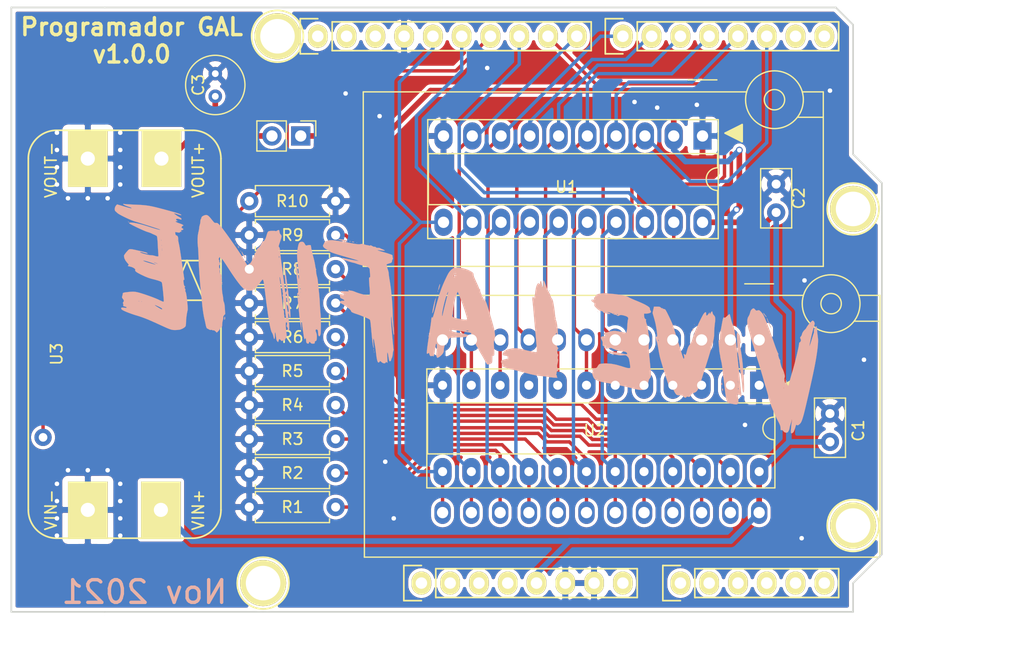
<source format=kicad_pcb>
(kicad_pcb (version 20171130) (host pcbnew "(5.1.10)-1")
  (title_block (date "lun. 30 mars 2015"))
  (layers (0 F.Cu signal) (31 B.Cu signal) (34 B.Paste user hide) (35 F.Paste user) (36 B.SilkS user) (37 F.SilkS user) (38 B.Mask user) (39 F.Mask user) (44 Edge.Cuts user))
  (net 0 "")
  (net 1 /IOREF)
  (net 2 /Reset)
  (net 3 +5V)
  (net 4 GND)
  (net 5 /Vin)
  (net 6 /A0)
  (net 7 /A1)
  (net 8 /A2)
  (net 9 /A3)
  (net 10 /AREF)
  (net 11 "/9(**)")
  (net 12 /8)
  (net 13 /7)
  (net 14 "/6(**)")
  (net 15 "/5(**)")
  (net 16 /4)
  (net 17 "/3(**)")
  (net 18 /2)
  (net 19 "/1(Tx)")
  (net 20 "/0(Rx)")
  (net 21 "Net-(P5-Pad1)")
  (net 22 "Net-(P6-Pad1)")
  (net 23 "Net-(P7-Pad1)")
  (net 24 "Net-(P8-Pad1)")
  (net 25 "/13(SCK)")
  (net 26 "/10(**/SS)")
  (net 27 "Net-(P1-Pad1)")
  (net 28 "/12(MISO)")
  (net 29 "Net-(P1-Pad4)")
  (net 30 "/11(MOSI)")
  (net 31 /EDIT)
  (net 32 "Net-(C3-Pad1)")
  (net 33 /R1)
  (net 34 /R2)
  (net 35 /R3)
  (net 36 /R4)
  (net 37 /R5)
  (net 38 /R6)
  (net 39 /R7)
  (net 40 /R8)
  (net 41 /R9)
  (net 42 "Net-(P2-Pad5)")
  (net 43 "Net-(P2-Pad6)")
  (net 44 "Net-(P3-Pad1)")
  (net 45 "Net-(P3-Pad2)")
  (module logos:FIME7 (layer F.Cu) (at 130.648 121.669)
    (fp_text reference G*** hide)
    (fp_text value LOGO hide)
  )
  (module logos:FIME6 (layer B.Cu) (at 106.772 76.965 180)
    (fp_text reference G*** hide)
    (fp_text value LOGO hide)
  )
  (module logos:FIME2 (layer B.Cu) (at 142.84 100.841 180)
    (fp_text reference G*** hide)
    (fp_text value LOGO hide)
  )
  (module Capacitor_THT:C_Radial_D5.0mm_H7.0mm_P2.00mm (layer F.Cu) (at 120.748 80.865 90)
    (fp_text reference C3 (at 1 -1.5 90) (layer F.SilkS))
    (fp_text value 10uf)
    (pad 1 thru_hole circle (at 0 0 90) (size 1.2 1.2) (drill 0.6) (layers *.Cu *.Mask) (net 32 "Net-(C3-Pad1)"))
    (pad 2 thru_hole circle (at 2 0 90) (size 1.2 1.2) (drill 0.6) (layers *.Cu *.Mask) (net 4 GND))
  )
  (module Socket_Arduino_Uno:MT3608_Module (layer F.Cu) (at 112.748 103.365 270)
    (fp_text reference U3 (at 0.25 6 270) (layer F.SilkS))
    (fp_text value MT3608)
    (fp_text user VOUT- (at -16 6.5 90) (layer F.SilkS))
    (fp_text user VIN+ (at 14 -6.5 90) (layer F.SilkS))
    (fp_text user VIN- (at 14 6.5 90) (layer F.SilkS))
    (fp_text user VOUT+ (at -16 -6.5 90) (layer F.SilkS))
    (pad 1 thru_hole rect (at 14 -3.2 90) (size 5 3.5) (drill 1.25) (layers *.Cu *.Mask F.SilkS) (net 3 +5V))
    (pad 2 thru_hole rect (at 14 3.25 90) (size 5 3.5) (drill 1.25) (layers *.Cu *.Mask F.SilkS) (net 4 GND))
    (pad 4 thru_hole rect (at -17 3.25 90) (size 5 3.5) (drill 1.25) (layers *.Cu *.Mask F.SilkS) (net 4 GND))
    (pad 3 thru_hole rect (at -17 -3.25 90) (size 5 3.5) (drill 1.25) (layers *.Cu *.Mask F.SilkS) (net 32 "Net-(C3-Pad1)"))
    (pad 5 thru_hole circle (at 7.6 7.2 270) (size 1.524 1.524) (drill 0.762) (layers *.Cu *.Mask) (net 30 "/11(MOSI)"))
  )
  (module Socket_Arduino_Uno:Socket_Strip_Arduino_1x08 (layer F.Cu) (at 138.938 123.825)
    (fp_text reference P1 hide)
    (fp_text value Power)
    (pad 1 thru_hole oval (at 0 0) (size 1.7272 2.032) (drill 1.016) (layers *.Cu *.Mask F.SilkS) (net 27 "Net-(P1-Pad1)"))
    (pad 2 thru_hole oval (at 2.54 0) (size 1.7272 2.032) (drill 1.016) (layers *.Cu *.Mask F.SilkS) (net 1 /IOREF))
    (pad 3 thru_hole oval (at 5.08 0) (size 1.7272 2.032) (drill 1.016) (layers *.Cu *.Mask F.SilkS) (net 2 /Reset))
    (pad 4 thru_hole oval (at 7.62 0) (size 1.7272 2.032) (drill 1.016) (layers *.Cu *.Mask F.SilkS) (net 29 "Net-(P1-Pad4)"))
    (pad 5 thru_hole oval (at 10.16 0) (size 1.7272 2.032) (drill 1.016) (layers *.Cu *.Mask F.SilkS) (net 3 +5V))
    (pad 6 thru_hole oval (at 12.7 0) (size 1.7272 2.032) (drill 1.016) (layers *.Cu *.Mask F.SilkS) (net 4 GND))
    (pad 7 thru_hole oval (at 15.24 0) (size 1.7272 2.032) (drill 1.016) (layers *.Cu *.Mask F.SilkS) (net 4 GND))
    (pad 8 thru_hole oval (at 17.78 0) (size 1.7272 2.032) (drill 1.016) (layers *.Cu *.Mask F.SilkS) (net 5 /Vin))
  )
  (module Socket_Arduino_Uno:Socket_Strip_Arduino_1x06 (layer F.Cu) (at 161.798 123.825)
    (fp_text reference P2 hide)
    (fp_text value Analog)
    (pad 1 thru_hole oval (at 0 0) (size 1.7272 2.032) (drill 1.016) (layers *.Cu *.Mask F.SilkS) (net 6 /A0))
    (pad 2 thru_hole oval (at 2.54 0) (size 1.7272 2.032) (drill 1.016) (layers *.Cu *.Mask F.SilkS) (net 7 /A1))
    (pad 3 thru_hole oval (at 5.08 0) (size 1.7272 2.032) (drill 1.016) (layers *.Cu *.Mask F.SilkS) (net 8 /A2))
    (pad 4 thru_hole oval (at 7.62 0) (size 1.7272 2.032) (drill 1.016) (layers *.Cu *.Mask F.SilkS) (net 9 /A3))
    (pad 5 thru_hole oval (at 10.16 0) (size 1.7272 2.032) (drill 1.016) (layers *.Cu *.Mask F.SilkS) (net 42 "Net-(P2-Pad5)"))
    (pad 6 thru_hole oval (at 12.7 0) (size 1.7272 2.032) (drill 1.016) (layers *.Cu *.Mask F.SilkS) (net 43 "Net-(P2-Pad6)"))
  )
  (module Socket_Arduino_Uno:Socket_Strip_Arduino_1x10 (layer F.Cu) (at 129.794 75.565)
    (fp_text reference P3 hide)
    (fp_text value Digital)
    (pad 1 thru_hole oval (at 0 0) (size 1.7272 2.032) (drill 1.016) (layers *.Cu *.Mask F.SilkS) (net 44 "Net-(P3-Pad1)"))
    (pad 2 thru_hole oval (at 2.54 0) (size 1.7272 2.032) (drill 1.016) (layers *.Cu *.Mask F.SilkS) (net 45 "Net-(P3-Pad2)"))
    (pad 3 thru_hole oval (at 5.08 0) (size 1.7272 2.032) (drill 1.016) (layers *.Cu *.Mask F.SilkS) (net 10 /AREF))
    (pad 4 thru_hole oval (at 7.62 0) (size 1.7272 2.032) (drill 1.016) (layers *.Cu *.Mask F.SilkS) (net 4 GND))
    (pad 5 thru_hole oval (at 10.16 0) (size 1.7272 2.032) (drill 1.016) (layers *.Cu *.Mask F.SilkS) (net 25 "/13(SCK)"))
    (pad 6 thru_hole oval (at 12.7 0) (size 1.7272 2.032) (drill 1.016) (layers *.Cu *.Mask F.SilkS) (net 28 "/12(MISO)"))
    (pad 7 thru_hole oval (at 15.24 0) (size 1.7272 2.032) (drill 1.016) (layers *.Cu *.Mask F.SilkS) (net 30 "/11(MOSI)"))
    (pad 8 thru_hole oval (at 17.78 0) (size 1.7272 2.032) (drill 1.016) (layers *.Cu *.Mask F.SilkS) (net 26 "/10(**/SS)"))
    (pad 9 thru_hole oval (at 20.32 0) (size 1.7272 2.032) (drill 1.016) (layers *.Cu *.Mask F.SilkS) (net 11 "/9(**)"))
    (pad 10 thru_hole oval (at 22.86 0) (size 1.7272 2.032) (drill 1.016) (layers *.Cu *.Mask F.SilkS) (net 12 /8))
  )
  (module Socket_Arduino_Uno:Socket_Strip_Arduino_1x08 (layer F.Cu) (at 156.718 75.565)
    (fp_text reference P4 hide)
    (fp_text value Digital)
    (pad 1 thru_hole oval (at 0 0) (size 1.7272 2.032) (drill 1.016) (layers *.Cu *.Mask F.SilkS) (net 13 /7))
    (pad 2 thru_hole oval (at 2.54 0) (size 1.7272 2.032) (drill 1.016) (layers *.Cu *.Mask F.SilkS) (net 14 "/6(**)"))
    (pad 3 thru_hole oval (at 5.08 0) (size 1.7272 2.032) (drill 1.016) (layers *.Cu *.Mask F.SilkS) (net 15 "/5(**)"))
    (pad 4 thru_hole oval (at 7.62 0) (size 1.7272 2.032) (drill 1.016) (layers *.Cu *.Mask F.SilkS) (net 16 /4))
    (pad 5 thru_hole oval (at 10.16 0) (size 1.7272 2.032) (drill 1.016) (layers *.Cu *.Mask F.SilkS) (net 17 "/3(**)"))
    (pad 6 thru_hole oval (at 12.7 0) (size 1.7272 2.032) (drill 1.016) (layers *.Cu *.Mask F.SilkS) (net 18 /2))
    (pad 7 thru_hole oval (at 15.24 0) (size 1.7272 2.032) (drill 1.016) (layers *.Cu *.Mask F.SilkS) (net 19 "/1(Tx)"))
    (pad 8 thru_hole oval (at 17.78 0) (size 1.7272 2.032) (drill 1.016) (layers *.Cu *.Mask F.SilkS) (net 20 "/0(Rx)"))
  )
  (module Socket_Arduino_Uno:Arduino_1pin (layer F.Cu) (at 124.968 123.825)
    (fp_text reference P5 hide)
    (fp_text value CONN_01X01 hide)
    (pad 1 thru_hole circle (at 0 0) (size 4.064 4.064) (drill 3.048) (layers *.Cu *.Mask F.SilkS) (net 21 "Net-(P5-Pad1)"))
  )
  (module Socket_Arduino_Uno:Arduino_1pin (layer F.Cu) (at 177.038 118.745)
    (fp_text reference P6 hide)
    (fp_text value CONN_01X01 hide)
    (pad 1 thru_hole circle (at 0 0) (size 4.064 4.064) (drill 3.048) (layers *.Cu *.Mask F.SilkS) (net 22 "Net-(P6-Pad1)"))
  )
  (module Socket_Arduino_Uno:Arduino_1pin (layer F.Cu) (at 126.238 75.565)
    (fp_text reference P7 hide)
    (fp_text value CONN_01X01 hide)
    (pad 1 thru_hole circle (at 0 0) (size 4.064 4.064) (drill 3.048) (layers *.Cu *.Mask F.SilkS) (net 23 "Net-(P7-Pad1)"))
  )
  (module Socket_Arduino_Uno:Arduino_1pin (layer F.Cu) (at 177.038 90.805)
    (fp_text reference P8 hide)
    (fp_text value CONN_01X01 hide)
    (pad 1 thru_hole circle (at 0 0) (size 4.064 4.064) (drill 3.048) (layers *.Cu *.Mask F.SilkS) (net 24 "Net-(P8-Pad1)"))
  )
  (module Resistor_THT:R_Axial_DIN0207_L6.3mm_D2.5mm_P7.62mm_Horizontal (layer F.Cu) (at 131.368 117.115 180)
    (fp_text reference R1 (at 3.81 0) (layer F.SilkS))
    (fp_text value 4k7)
    (pad 2 thru_hole oval (at 7.62 0 180) (size 1.6 1.6) (drill 0.8) (layers *.Cu *.Mask) (net 4 GND))
    (pad 1 thru_hole circle (at 0 0 180) (size 1.6 1.6) (drill 0.8) (layers *.Cu *.Mask) (net 33 /R1))
  )
  (module Resistor_THT:R_Axial_DIN0207_L6.3mm_D2.5mm_P7.62mm_Horizontal (layer F.Cu) (at 131.368 114.115 180)
    (fp_text reference R2 (at 3.81 0) (layer F.SilkS))
    (fp_text value 4k7)
    (pad 1 thru_hole circle (at 0 0 180) (size 1.6 1.6) (drill 0.8) (layers *.Cu *.Mask) (net 34 /R2))
    (pad 2 thru_hole oval (at 7.62 0 180) (size 1.6 1.6) (drill 0.8) (layers *.Cu *.Mask) (net 4 GND))
  )
  (module Resistor_THT:R_Axial_DIN0207_L6.3mm_D2.5mm_P7.62mm_Horizontal (layer F.Cu) (at 131.368 111.115 180)
    (fp_text reference R3 (at 3.81 0) (layer F.SilkS))
    (fp_text value 4k7)
    (pad 2 thru_hole oval (at 7.62 0 180) (size 1.6 1.6) (drill 0.8) (layers *.Cu *.Mask) (net 4 GND))
    (pad 1 thru_hole circle (at 0 0 180) (size 1.6 1.6) (drill 0.8) (layers *.Cu *.Mask) (net 35 /R3))
  )
  (module Resistor_THT:R_Axial_DIN0207_L6.3mm_D2.5mm_P7.62mm_Horizontal (layer F.Cu) (at 131.368 108.115 180)
    (fp_text reference R4 (at 3.81 0) (layer F.SilkS))
    (fp_text value 4k7)
    (pad 1 thru_hole circle (at 0 0 180) (size 1.6 1.6) (drill 0.8) (layers *.Cu *.Mask) (net 36 /R4))
    (pad 2 thru_hole oval (at 7.62 0 180) (size 1.6 1.6) (drill 0.8) (layers *.Cu *.Mask) (net 4 GND))
  )
  (module Resistor_THT:R_Axial_DIN0207_L6.3mm_D2.5mm_P7.62mm_Horizontal (layer F.Cu) (at 131.368 105.115 180)
    (fp_text reference R5 (at 3.81 0) (layer F.SilkS))
    (fp_text value 4k7)
    (pad 2 thru_hole oval (at 7.62 0 180) (size 1.6 1.6) (drill 0.8) (layers *.Cu *.Mask) (net 4 GND))
    (pad 1 thru_hole circle (at 0 0 180) (size 1.6 1.6) (drill 0.8) (layers *.Cu *.Mask) (net 37 /R5))
  )
  (module Resistor_THT:R_Axial_DIN0207_L6.3mm_D2.5mm_P7.62mm_Horizontal (layer F.Cu) (at 131.368 102.115 180)
    (fp_text reference R6 (at 3.81 0) (layer F.SilkS))
    (fp_text value 4k7)
    (pad 1 thru_hole circle (at 0 0 180) (size 1.6 1.6) (drill 0.8) (layers *.Cu *.Mask) (net 38 /R6))
    (pad 2 thru_hole oval (at 7.62 0 180) (size 1.6 1.6) (drill 0.8) (layers *.Cu *.Mask) (net 4 GND))
  )
  (module Resistor_THT:R_Axial_DIN0207_L6.3mm_D2.5mm_P7.62mm_Horizontal (layer F.Cu) (at 131.368 99.115 180)
    (fp_text reference R7 (at 3.81 0) (layer F.SilkS))
    (fp_text value 4k7)
    (pad 2 thru_hole oval (at 7.62 0 180) (size 1.6 1.6) (drill 0.8) (layers *.Cu *.Mask) (net 4 GND))
    (pad 1 thru_hole circle (at 0 0 180) (size 1.6 1.6) (drill 0.8) (layers *.Cu *.Mask) (net 39 /R7))
  )
  (module Resistor_THT:R_Axial_DIN0207_L6.3mm_D2.5mm_P7.62mm_Horizontal (layer F.Cu) (at 131.368 96.115 180)
    (fp_text reference R8 (at 3.81 0) (layer F.SilkS))
    (fp_text value 4k7)
    (pad 1 thru_hole circle (at 0 0 180) (size 1.6 1.6) (drill 0.8) (layers *.Cu *.Mask) (net 40 /R8))
    (pad 2 thru_hole oval (at 7.62 0 180) (size 1.6 1.6) (drill 0.8) (layers *.Cu *.Mask) (net 4 GND))
  )
  (module Resistor_THT:R_Axial_DIN0207_L6.3mm_D2.5mm_P7.62mm_Horizontal (layer F.Cu) (at 131.368 93.115 180)
    (fp_text reference R9 (at 3.81 0) (layer F.SilkS))
    (fp_text value 4k7)
    (pad 2 thru_hole oval (at 7.62 0 180) (size 1.6 1.6) (drill 0.8) (layers *.Cu *.Mask) (net 4 GND))
    (pad 1 thru_hole circle (at 0 0 180) (size 1.6 1.6) (drill 0.8) (layers *.Cu *.Mask) (net 41 /R9))
  )
  (module Resistor_THT:R_Axial_DIN0207_L6.3mm_D2.5mm_P7.62mm_Horizontal (layer F.Cu) (at 123.748 90.115)
    (fp_text reference R10 (at 3.81 0) (layer F.SilkS))
    (fp_text value 4k7)
    (pad 1 thru_hole circle (at 0 0) (size 1.6 1.6) (drill 0.8) (layers *.Cu *.Mask) (net 30 "/11(MOSI)"))
    (pad 2 thru_hole oval (at 7.62 0) (size 1.6 1.6) (drill 0.8) (layers *.Cu *.Mask) (net 4 GND))
  )
  (module Package_DIP:DIP-20_W7.62mm_Socket_LongPads (layer F.Cu) (at 163.748 84.365 270)
    (fp_text reference U1 (at 4.5 12 180) (layer F.SilkS))
    (fp_text value ATF16V8)
    (pad 1 thru_hole rect (at 0 0 270) (size 2.4 1.6) (drill 0.8) (layers *.Cu *.Mask) (net 4 GND))
    (pad 11 thru_hole oval (at 7.62 22.86 270) (size 2.4 1.6) (drill 0.8) (layers *.Cu *.Mask) (net 25 "/13(SCK)"))
    (pad 2 thru_hole oval (at 0 2.54 270) (size 2.4 1.6) (drill 0.8) (layers *.Cu *.Mask) (net 31 /EDIT))
    (pad 12 thru_hole oval (at 7.62 20.32 270) (size 2.4 1.6) (drill 0.8) (layers *.Cu *.Mask) (net 28 "/12(MISO)"))
    (pad 3 thru_hole oval (at 0 5.08 270) (size 2.4 1.6) (drill 0.8) (layers *.Cu *.Mask) (net 18 /2))
    (pad 13 thru_hole oval (at 7.62 17.78 270) (size 2.4 1.6) (drill 0.8) (layers *.Cu *.Mask) (net 33 /R1))
    (pad 4 thru_hole oval (at 0 7.62 270) (size 2.4 1.6) (drill 0.8) (layers *.Cu *.Mask) (net 17 "/3(**)"))
    (pad 14 thru_hole oval (at 7.62 15.24 270) (size 2.4 1.6) (drill 0.8) (layers *.Cu *.Mask) (net 34 /R2))
    (pad 5 thru_hole oval (at 0 10.16 270) (size 2.4 1.6) (drill 0.8) (layers *.Cu *.Mask) (net 16 /4))
    (pad 15 thru_hole oval (at 7.62 12.7 270) (size 2.4 1.6) (drill 0.8) (layers *.Cu *.Mask) (net 35 /R3))
    (pad 6 thru_hole oval (at 0 12.7 270) (size 2.4 1.6) (drill 0.8) (layers *.Cu *.Mask) (net 15 "/5(**)"))
    (pad 16 thru_hole oval (at 7.62 10.16 270) (size 2.4 1.6) (drill 0.8) (layers *.Cu *.Mask) (net 36 /R4))
    (pad 7 thru_hole oval (at 0 15.24 270) (size 2.4 1.6) (drill 0.8) (layers *.Cu *.Mask) (net 14 "/6(**)"))
    (pad 17 thru_hole oval (at 7.62 7.62 270) (size 2.4 1.6) (drill 0.8) (layers *.Cu *.Mask) (net 37 /R5))
    (pad 8 thru_hole oval (at 0 17.78 270) (size 2.4 1.6) (drill 0.8) (layers *.Cu *.Mask) (net 13 /7))
    (pad 18 thru_hole oval (at 7.62 5.08 270) (size 2.4 1.6) (drill 0.8) (layers *.Cu *.Mask) (net 26 "/10(**/SS)"))
    (pad 9 thru_hole oval (at 0 20.32 270) (size 2.4 1.6) (drill 0.8) (layers *.Cu *.Mask) (net 12 /8))
    (pad 19 thru_hole oval (at 7.62 2.54 270) (size 2.4 1.6) (drill 0.8) (layers *.Cu *.Mask) (net 11 "/9(**)"))
    (pad 10 thru_hole oval (at 0 22.86 270) (size 2.4 1.6) (drill 0.8) (layers *.Cu *.Mask) (net 4 GND))
    (pad 20 thru_hole oval (at 7.62 0 270) (size 2.4 1.6) (drill 0.8) (layers *.Cu *.Mask) (net 3 +5V))
  )
  (module Package_DIP:DIP-24_W7.62mm_Socket_LongPads (layer F.Cu) (at 168.748 106.365 270)
    (fp_text reference U2 (at 4 14.5 180) (layer F.SilkS))
    (fp_text value ATF22V10)
    (pad 1 thru_hole rect (at 0 0 270) (size 2.4 1.6) (drill 0.8) (layers *.Cu *.Mask) (net 4 GND))
    (pad 13 thru_hole oval (at 7.62 27.94 270) (size 2.4 1.6) (drill 0.8) (layers *.Cu *.Mask) (net 25 "/13(SCK)"))
    (pad 2 thru_hole oval (at 0 2.54 270) (size 2.4 1.6) (drill 0.8) (layers *.Cu *.Mask) (net 31 /EDIT))
    (pad 14 thru_hole oval (at 7.62 25.4 270) (size 2.4 1.6) (drill 0.8) (layers *.Cu *.Mask) (net 28 "/12(MISO)"))
    (pad 3 thru_hole oval (at 0 5.08 270) (size 2.4 1.6) (drill 0.8) (layers *.Cu *.Mask) (net 11 "/9(**)"))
    (pad 15 thru_hole oval (at 7.62 22.86 270) (size 2.4 1.6) (drill 0.8) (layers *.Cu *.Mask) (net 33 /R1))
    (pad 4 thru_hole oval (at 0 7.62 270) (size 2.4 1.6) (drill 0.8) (layers *.Cu *.Mask) (net 26 "/10(**/SS)"))
    (pad 16 thru_hole oval (at 7.62 20.32 270) (size 2.4 1.6) (drill 0.8) (layers *.Cu *.Mask) (net 34 /R2))
    (pad 5 thru_hole oval (at 0 10.16 270) (size 2.4 1.6) (drill 0.8) (layers *.Cu *.Mask) (net 18 /2))
    (pad 17 thru_hole oval (at 7.62 17.78 270) (size 2.4 1.6) (drill 0.8) (layers *.Cu *.Mask) (net 35 /R3))
    (pad 6 thru_hole oval (at 0 12.7 270) (size 2.4 1.6) (drill 0.8) (layers *.Cu *.Mask) (net 17 "/3(**)"))
    (pad 18 thru_hole oval (at 7.62 15.24 270) (size 2.4 1.6) (drill 0.8) (layers *.Cu *.Mask) (net 36 /R4))
    (pad 7 thru_hole oval (at 0 15.24 270) (size 2.4 1.6) (drill 0.8) (layers *.Cu *.Mask) (net 16 /4))
    (pad 19 thru_hole oval (at 7.62 12.7 270) (size 2.4 1.6) (drill 0.8) (layers *.Cu *.Mask) (net 37 /R5))
    (pad 8 thru_hole oval (at 0 17.78 270) (size 2.4 1.6) (drill 0.8) (layers *.Cu *.Mask) (net 15 "/5(**)"))
    (pad 20 thru_hole oval (at 7.62 10.16 270) (size 2.4 1.6) (drill 0.8) (layers *.Cu *.Mask) (net 38 /R6))
    (pad 9 thru_hole oval (at 0 20.32 270) (size 2.4 1.6) (drill 0.8) (layers *.Cu *.Mask) (net 14 "/6(**)"))
    (pad 21 thru_hole oval (at 7.62 7.62 270) (size 2.4 1.6) (drill 0.8) (layers *.Cu *.Mask) (net 39 /R7))
    (pad 10 thru_hole oval (at 0 22.86 270) (size 2.4 1.6) (drill 0.8) (layers *.Cu *.Mask) (net 13 /7))
    (pad 22 thru_hole oval (at 7.62 5.08 270) (size 2.4 1.6) (drill 0.8) (layers *.Cu *.Mask) (net 40 /R8))
    (pad 11 thru_hole oval (at 0 25.4 270) (size 2.4 1.6) (drill 0.8) (layers *.Cu *.Mask) (net 12 /8))
    (pad 23 thru_hole oval (at 7.62 2.54 270) (size 2.4 1.6) (drill 0.8) (layers *.Cu *.Mask) (net 41 /R9))
    (pad 12 thru_hole oval (at 0 27.94 270) (size 2.4 1.6) (drill 0.8) (layers *.Cu *.Mask) (net 4 GND))
    (pad 24 thru_hole oval (at 7.62 0 270) (size 2.4 1.6) (drill 0.8) (layers *.Cu *.Mask) (net 3 +5V))
  )
  (module Capacitor_THT:C_Disc_D5.0mm_W2.5mm_P2.50mm (layer F.Cu) (at 174.998 111.365 90)
    (fp_text reference C1 (at 1 2.5 90) (layer F.SilkS))
    (fp_text value 100nf)
    (pad 2 thru_hole circle (at 2.5 0 90) (size 1.6 1.6) (drill 0.8) (layers *.Cu *.Mask) (net 4 GND))
    (pad 1 thru_hole circle (at 0 0 90) (size 1.6 1.6) (drill 0.8) (layers *.Cu *.Mask) (net 3 +5V))
  )
  (module Capacitor_THT:C_Disc_D5.0mm_W2.5mm_P2.50mm (layer F.Cu) (at 170.248 91.115 90)
    (fp_text reference C2 (at 1.25 2 90) (layer F.SilkS))
    (fp_text value 100nf)
    (pad 1 thru_hole circle (at 0 0 90) (size 1.6 1.6) (drill 0.8) (layers *.Cu *.Mask) (net 3 +5V))
    (pad 2 thru_hole circle (at 2.5 0 90) (size 1.6 1.6) (drill 0.8) (layers *.Cu *.Mask) (net 4 GND))
  )
  (module Connector_PinHeader_2.54mm:PinHeader_1x02_P2.54mm_Vertical (layer F.Cu) (at 128.288 84.365 270)
    (fp_text reference J1 hide)
    (fp_text value Conn_01x02_Male)
    (pad 1 thru_hole rect (at 0 0 270) (size 1.7 1.7) (drill 1) (layers *.Cu *.Mask) (net 31 /EDIT))
    (pad 2 thru_hole oval (at 0 2.54 270) (size 1.7 1.7) (drill 1) (layers *.Cu *.Mask) (net 32 "Net-(C3-Pad1)"))
  )
  (module Socket:DIP_Socket-20_W4.3_W5.08_W7.62_W10.16_W10.9_3M_220-3342-00-0602J (layer F.Cu) (at 163.748 84.365 270)
    (fp_text reference U4 hide)
    (fp_text value ATF16V8)
    (pad 1 thru_hole rect (at 0 0 270) (size 2 1.44) (drill 1) (layers *.Cu *.Mask) (net 4 GND))
    (pad 20 thru_hole oval (at 7.62 0 270) (size 2 1.44) (drill 1) (layers *.Cu *.Mask) (net 3 +5V))
    (pad 2 thru_hole oval (at 0 2.54 270) (size 2 1.44) (drill 1) (layers *.Cu *.Mask) (net 31 /EDIT))
    (pad 19 thru_hole oval (at 7.62 2.54 270) (size 2 1.44) (drill 1) (layers *.Cu *.Mask) (net 11 "/9(**)"))
    (pad 3 thru_hole oval (at 0 5.08 270) (size 2 1.44) (drill 1) (layers *.Cu *.Mask) (net 18 /2))
    (pad 18 thru_hole oval (at 7.62 5.08 270) (size 2 1.44) (drill 1) (layers *.Cu *.Mask) (net 26 "/10(**/SS)"))
    (pad 4 thru_hole oval (at 0 7.62 270) (size 2 1.44) (drill 1) (layers *.Cu *.Mask) (net 17 "/3(**)"))
    (pad 17 thru_hole oval (at 7.62 7.62 270) (size 2 1.44) (drill 1) (layers *.Cu *.Mask) (net 37 /R5))
    (pad 5 thru_hole oval (at 0 10.16 270) (size 2 1.44) (drill 1) (layers *.Cu *.Mask) (net 16 /4))
    (pad 16 thru_hole oval (at 7.62 10.16 270) (size 2 1.44) (drill 1) (layers *.Cu *.Mask) (net 36 /R4))
    (pad 6 thru_hole oval (at 0 12.7 270) (size 2 1.44) (drill 1) (layers *.Cu *.Mask) (net 15 "/5(**)"))
    (pad 15 thru_hole oval (at 7.62 12.7 270) (size 2 1.44) (drill 1) (layers *.Cu *.Mask) (net 35 /R3))
    (pad 7 thru_hole oval (at 0 15.24 270) (size 2 1.44) (drill 1) (layers *.Cu *.Mask) (net 14 "/6(**)"))
    (pad 14 thru_hole oval (at 7.62 15.24 270) (size 2 1.44) (drill 1) (layers *.Cu *.Mask) (net 34 /R2))
    (pad 8 thru_hole oval (at 0 17.78 270) (size 2 1.44) (drill 1) (layers *.Cu *.Mask) (net 13 /7))
    (pad 13 thru_hole oval (at 7.62 17.78 270) (size 2 1.44) (drill 1) (layers *.Cu *.Mask) (net 33 /R1))
    (pad 9 thru_hole oval (at 0 20.32 270) (size 2 1.44) (drill 1) (layers *.Cu *.Mask) (net 12 /8))
    (pad 12 thru_hole oval (at 7.62 20.32 270) (size 2 1.44) (drill 1) (layers *.Cu *.Mask) (net 28 "/12(MISO)"))
    (pad 10 thru_hole oval (at 0 22.86 270) (size 2 1.44) (drill 1) (layers *.Cu *.Mask) (net 4 GND))
    (pad 11 thru_hole oval (at 7.62 22.86 270) (size 2 1.44) (drill 1) (layers *.Cu *.Mask) (net 25 "/13(SCK)"))
  )
  (module Socket:DIP_Socket-24_W11.9_W12.7_W15.24_W17.78_W18.5_3M_224-1275-00-0602J (layer F.Cu) (at 168.748 102.365 270)
    (fp_text reference U5 hide)
    (fp_text value ATF22V10)
    (pad 1 thru_hole rect (at 0 0 270) (size 2 1.44) (drill 1) (layers *.Cu *.Mask) (net 4 GND))
    (pad 24 thru_hole oval (at 15.24 0 270) (size 2 1.44) (drill 1) (layers *.Cu *.Mask) (net 3 +5V))
    (pad 2 thru_hole oval (at 0 2.54 270) (size 2 1.44) (drill 1) (layers *.Cu *.Mask) (net 31 /EDIT))
    (pad 23 thru_hole oval (at 15.24 2.54 270) (size 2 1.44) (drill 1) (layers *.Cu *.Mask) (net 41 /R9))
    (pad 3 thru_hole oval (at 0 5.08 270) (size 2 1.44) (drill 1) (layers *.Cu *.Mask) (net 11 "/9(**)"))
    (pad 22 thru_hole oval (at 15.24 5.08 270) (size 2 1.44) (drill 1) (layers *.Cu *.Mask) (net 40 /R8))
    (pad 4 thru_hole oval (at 0 7.62 270) (size 2 1.44) (drill 1) (layers *.Cu *.Mask) (net 26 "/10(**/SS)"))
    (pad 21 thru_hole oval (at 15.24 7.62 270) (size 2 1.44) (drill 1) (layers *.Cu *.Mask) (net 39 /R7))
    (pad 5 thru_hole oval (at 0 10.16 270) (size 2 1.44) (drill 1) (layers *.Cu *.Mask) (net 18 /2))
    (pad 20 thru_hole oval (at 15.24 10.16 270) (size 2 1.44) (drill 1) (layers *.Cu *.Mask) (net 38 /R6))
    (pad 6 thru_hole oval (at 0 12.7 270) (size 2 1.44) (drill 1) (layers *.Cu *.Mask) (net 17 "/3(**)"))
    (pad 19 thru_hole oval (at 15.24 12.7 270) (size 2 1.44) (drill 1) (layers *.Cu *.Mask) (net 37 /R5))
    (pad 7 thru_hole oval (at 0 15.24 270) (size 2 1.44) (drill 1) (layers *.Cu *.Mask) (net 16 /4))
    (pad 18 thru_hole oval (at 15.24 15.24 270) (size 2 1.44) (drill 1) (layers *.Cu *.Mask) (net 36 /R4))
    (pad 8 thru_hole oval (at 0 17.78 270) (size 2 1.44) (drill 1) (layers *.Cu *.Mask) (net 15 "/5(**)"))
    (pad 17 thru_hole oval (at 15.24 17.78 270) (size 2 1.44) (drill 1) (layers *.Cu *.Mask) (net 35 /R3))
    (pad 9 thru_hole oval (at 0 20.32 270) (size 2 1.44) (drill 1) (layers *.Cu *.Mask) (net 14 "/6(**)"))
    (pad 16 thru_hole oval (at 15.24 20.32 270) (size 2 1.44) (drill 1) (layers *.Cu *.Mask) (net 34 /R2))
    (pad 10 thru_hole oval (at 0 22.86 270) (size 2 1.44) (drill 1) (layers *.Cu *.Mask) (net 13 /7))
    (pad 15 thru_hole oval (at 15.24 22.86 270) (size 2 1.44) (drill 1) (layers *.Cu *.Mask) (net 33 /R1))
    (pad 11 thru_hole oval (at 0 25.4 270) (size 2 1.44) (drill 1) (layers *.Cu *.Mask) (net 12 /8))
    (pad 14 thru_hole oval (at 15.24 25.4 270) (size 2 1.44) (drill 1) (layers *.Cu *.Mask) (net 28 "/12(MISO)"))
    (pad 12 thru_hole oval (at 0 27.94 270) (size 2 1.44) (drill 1) (layers *.Cu *.Mask) (net 4 GND))
    (pad 13 thru_hole oval (at 15.24 27.94 270) (size 2 1.44) (drill 1) (layers *.Cu *.Mask) (net 25 "/13(SCK)"))
  )
  (gr_text "Nov 2021" (at 114.498 124.615) (layer B.SilkS) (effects (font (size 2 2) (thickness 0.3)) (justify mirror)))
  (gr_poly (pts (xy 172.248 107.115) (xy 170.748 106.365) (xy 172.248 105.615)) (layer F.SilkS) (width 0.1))
  (gr_poly (pts (xy 167.248 84.865) (xy 165.748 84.115) (xy 167.248 83.365)) (layer F.SilkS) (width 0.1))
  (gr_line (start 165.748 84.115) (end 167.248 83.365) (layer F.SilkS) (width 0.15))
  (gr_line (start 167.248 84.865) (end 165.748 84.115) (layer F.SilkS) (width 0.15))
  (gr_line (start 167.248 83.365) (end 167.248 84.865) (layer F.SilkS) (width 0.15))
  (gr_text "Programador GAL\nv1.0.0" (at 113.376 75.949) (layer F.SilkS) (effects (font (size 1.5 1.5) (thickness 0.3))))
  (gr_line (start 110.998 126.365) (end 102.748 126.365) (layer Edge.Cuts) (width 0.15))
  (gr_line (start 110.998 73.025) (end 102.748 73.025) (layer Edge.Cuts) (width 0.15))
  (gr_line (start 102.748 73.025) (end 102.748 126.365) (angle 90) (layer Edge.Cuts) (width 0.15))
  (gr_line (start 177.038 74.549) (end 175.514 73.025) (angle 90) (layer Edge.Cuts) (width 0.15))
  (gr_line (start 177.038 85.979) (end 177.038 74.549) (angle 90) (layer Edge.Cuts) (width 0.15))
  (gr_line (start 179.578 88.519) (end 177.038 85.979) (angle 90) (layer Edge.Cuts) (width 0.15))
  (gr_line (start 179.578 121.285) (end 179.578 88.519) (angle 90) (layer Edge.Cuts) (width 0.15))
  (gr_line (start 177.038 123.825) (end 179.578 121.285) (angle 90) (layer Edge.Cuts) (width 0.15))
  (gr_line (start 177.038 126.365) (end 177.038 123.825) (angle 90) (layer Edge.Cuts) (width 0.15))
  (gr_line (start 110.998 126.365) (end 177.038 126.365) (angle 90) (layer Edge.Cuts) (width 0.15))
  (gr_line (start 175.514 73.025) (end 110.998 73.025) (angle 90) (layer Edge.Cuts) (width 0.15))
  (segment (start 168.748 117.605) (end 168.748 113.985) (width 0.5) (layer F.Cu) (net 3))
  (segment (start 169.378 91.985) (end 170.248 91.115) (width 0.5) (layer F.Cu) (net 3))
  (segment (start 163.748 91.985) (end 169.378 91.985) (width 0.5) (layer F.Cu) (net 3))
  (segment (start 171.368 111.365) (end 168.748 113.985) (width 0.5) (layer B.Cu) (net 3))
  (segment (start 174.998 111.365) (end 171.368 111.365) (width 0.5) (layer B.Cu) (net 3))
  (segment (start 170.248 91.115) (end 170.248 98.865) (width 0.5) (layer B.Cu) (net 3))
  (segment (start 171.368 99.985) (end 171.368 111.365) (width 0.5) (layer B.Cu) (net 3))
  (segment (start 170.248 98.865) (end 171.368 99.985) (width 0.5) (layer B.Cu) (net 3))
  (segment (start 149.098 123.825) (end 149.098 123.015) (width 0.5) (layer B.Cu) (net 3))
  (segment (start 149.098 123.015) (end 151.998 120.115) (width 0.5) (layer B.Cu) (net 3))
  (segment (start 166.238 120.115) (end 168.748 117.605) (width 0.5) (layer B.Cu) (net 3))
  (segment (start 115.948 117.365) (end 118.698 120.115) (width 0.5) (layer B.Cu) (net 3))
  (segment (start 118.698 120.115) (end 152.748 120.115) (width 0.5) (layer B.Cu) (net 3))
  (segment (start 152.748 120.115) (end 166.238 120.115) (width 0.5) (layer B.Cu) (net 3))
  (segment (start 151.998 120.115) (end 152.748 120.115) (width 0.5) (layer B.Cu) (net 3))
  (segment (start 168.748 106.365) (end 168.748 102.365) (width 0.3) (layer F.Cu) (net 4))
  (segment (start 140.808 102.365) (end 140.808 106.365) (width 0.3) (layer F.Cu) (net 4))
  (via (at 132.248 80.615) (size 0.6) (drill 0.4) (layers F.Cu B.Cu) (net 4))
  (via (at 135.248 82.615) (size 0.6) (drill 0.4) (layers F.Cu B.Cu) (net 4))
  (via (at 144.748 78.365) (size 0.6) (drill 0.4) (layers F.Cu B.Cu) (net 4))
  (via (at 174.998 80.365) (size 0.6) (drill 0.4) (layers F.Cu B.Cu) (net 4))
  (via (at 177.998 104.115) (size 0.6) (drill 0.4) (layers F.Cu B.Cu) (net 4))
  (via (at 172.748 97.115) (size 0.6) (drill 0.4) (layers F.Cu B.Cu) (net 4))
  (via (at 167.498 109.865) (size 0.6) (drill 0.4) (layers F.Cu B.Cu) (net 4))
  (via (at 172.498 119.865) (size 0.6) (drill 0.4) (layers F.Cu B.Cu) (net 4))
  (via (at 136.498 118.115) (size 0.6) (drill 0.4) (layers F.Cu B.Cu) (net 4))
  (via (at 135.748 113.115) (size 0.6) (drill 0.4) (layers F.Cu B.Cu) (net 4))
  (via (at 107.748 113.865) (size 0.6) (drill 0.4) (layers F.Cu B.Cu) (net 4))
  (via (at 109.498 113.865) (size 0.6) (drill 0.4) (layers F.Cu B.Cu) (net 4))
  (via (at 111.248 113.865) (size 0.6) (drill 0.4) (layers F.Cu B.Cu) (net 4))
  (via (at 107.748 89.865) (size 0.6) (drill 0.4) (layers F.Cu B.Cu) (net 4))
  (via (at 109.498 89.865) (size 0.6) (drill 0.4) (layers F.Cu B.Cu) (net 4))
  (via (at 111.248 89.865) (size 0.6) (drill 0.4) (layers F.Cu B.Cu) (net 4))
  (via (at 163.248 81.615) (size 0.6) (drill 0.4) (layers F.Cu B.Cu) (net 4))
  (via (at 159.748 81.865) (size 0.6) (drill 0.4) (layers F.Cu B.Cu) (net 4))
  (via (at 157.748 81.365) (size 0.6) (drill 0.4) (layers F.Cu B.Cu) (net 4))
  (via (at 112.36 87.125) (size 0.6) (drill 0.4) (layers F.Cu B.Cu) (net 4))
  (via (at 112.36 88.649) (size 0.6) (drill 0.4) (layers F.Cu B.Cu) (net 4))
  (via (at 112.36 85.601) (size 0.6) (drill 0.4) (layers F.Cu B.Cu) (net 4))
  (via (at 112.36 84.077) (size 0.6) (drill 0.4) (layers F.Cu B.Cu) (net 4))
  (via (at 106.772 84.077) (size 0.6) (drill 0.4) (layers F.Cu B.Cu) (net 4))
  (via (at 106.772 85.601) (size 0.6) (drill 0.4) (layers F.Cu B.Cu) (net 4))
  (via (at 106.772 87.125) (size 0.6) (drill 0.4) (layers F.Cu B.Cu) (net 4))
  (via (at 106.772 88.649) (size 0.6) (drill 0.4) (layers F.Cu B.Cu) (net 4))
  (via (at 106.772 119.637) (size 0.6) (drill 0.4) (layers F.Cu B.Cu) (net 4))
  (via (at 106.772 118.113) (size 0.6) (drill 0.4) (layers F.Cu B.Cu) (net 4))
  (via (at 106.772 116.589) (size 0.6) (drill 0.4) (layers F.Cu B.Cu) (net 4))
  (via (at 106.772 115.065) (size 0.6) (drill 0.4) (layers F.Cu B.Cu) (net 4))
  (via (at 112.36 115.065) (size 0.6) (drill 0.4) (layers F.Cu B.Cu) (net 4))
  (via (at 112.36 116.589) (size 0.6) (drill 0.4) (layers F.Cu B.Cu) (net 4))
  (via (at 112.36 118.113) (size 0.6) (drill 0.4) (layers F.Cu B.Cu) (net 4))
  (via (at 112.36 119.637) (size 0.6) (drill 0.4) (layers F.Cu B.Cu) (net 4))
  (segment (start 163.668 106.365) (end 163.668 102.365) (width 0.3) (layer F.Cu) (net 11))
  (segment (start 161.208 91.985) (end 161.208 98.325) (width 0.3) (layer F.Cu) (net 11))
  (segment (start 163.668 100.785) (end 163.668 102.365) (width 0.3) (layer F.Cu) (net 11))
  (segment (start 161.208 98.325) (end 163.668 100.785) (width 0.3) (layer F.Cu) (net 11))
  (segment (start 164.998 88.615) (end 162.248 88.615) (width 0.3) (layer F.Cu) (net 11))
  (segment (start 165.688001 87.924999) (end 164.998 88.615) (width 0.3) (layer F.Cu) (net 11))
  (segment (start 165.688001 81.805001) (end 165.688001 87.924999) (width 0.3) (layer F.Cu) (net 11))
  (segment (start 161.208 89.655) (end 161.208 91.985) (width 0.3) (layer F.Cu) (net 11))
  (segment (start 163.64799 79.76499) (end 165.688001 81.805001) (width 0.3) (layer F.Cu) (net 11))
  (segment (start 154.31399 79.76499) (end 163.64799 79.76499) (width 0.3) (layer F.Cu) (net 11))
  (segment (start 162.248 88.615) (end 161.208 89.655) (width 0.3) (layer F.Cu) (net 11))
  (segment (start 150.114 75.565) (end 154.31399 79.76499) (width 0.3) (layer F.Cu) (net 11))
  (segment (start 143.348 106.365) (end 143.348 102.365) (width 0.3) (layer F.Cu) (net 12))
  (segment (start 143.854 84.365) (end 152.654 75.565) (width 0.3) (layer B.Cu) (net 12))
  (segment (start 143.428 84.365) (end 143.854 84.365) (width 0.3) (layer B.Cu) (net 12))
  (segment (start 142.27799 85.51501) (end 143.428 84.365) (width 0.3) (layer F.Cu) (net 12))
  (segment (start 142.27799 101.29499) (end 142.27799 85.51501) (width 0.3) (layer F.Cu) (net 12))
  (segment (start 143.348 102.365) (end 142.27799 101.29499) (width 0.3) (layer F.Cu) (net 12))
  (segment (start 145.888 102.365) (end 145.888 106.365) (width 0.3) (layer F.Cu) (net 13))
  (segment (start 154.768 75.565) (end 156.718 75.565) (width 0.3) (layer B.Cu) (net 13))
  (segment (start 145.968 84.365) (end 154.768 75.565) (width 0.3) (layer B.Cu) (net 13))
  (segment (start 156.718 75.565) (end 155.548 75.565) (width 0.3) (layer B.Cu) (net 13))
  (segment (start 144.81799 85.51501) (end 145.968 84.365) (width 0.3) (layer F.Cu) (net 13))
  (segment (start 144.81799 101.29499) (end 144.81799 85.51501) (width 0.3) (layer F.Cu) (net 13))
  (segment (start 145.888 102.365) (end 144.81799 101.29499) (width 0.3) (layer F.Cu) (net 13))
  (segment (start 148.428 106.365) (end 148.428 102.365) (width 0.3) (layer F.Cu) (net 14))
  (segment (start 159.258 75.565) (end 159.048 75.565) (width 0.3) (layer B.Cu) (net 14))
  (segment (start 159.048 75.565) (end 156.998 77.615) (width 0.3) (layer B.Cu) (net 14))
  (segment (start 156.998 77.615) (end 153.998 77.615) (width 0.3) (layer B.Cu) (net 14))
  (segment (start 148.508 83.105) (end 148.508 84.365) (width 0.3) (layer B.Cu) (net 14))
  (segment (start 153.998 77.615) (end 148.508 83.105) (width 0.3) (layer B.Cu) (net 14))
  (segment (start 147.35799 85.51501) (end 148.508 84.365) (width 0.3) (layer F.Cu) (net 14))
  (segment (start 148.428 102.295) (end 147.35799 101.22499) (width 0.3) (layer F.Cu) (net 14))
  (segment (start 148.428 102.365) (end 148.428 102.295) (width 0.3) (layer F.Cu) (net 14))
  (segment (start 147.35799 101.22499) (end 147.35799 85.51501) (width 0.3) (layer F.Cu) (net 14))
  (segment (start 150.968 102.365) (end 150.968 106.365) (width 0.3) (layer F.Cu) (net 15))
  (segment (start 161.798 75.565) (end 159.24799 78.11501) (width 0.3) (layer B.Cu) (net 15))
  (segment (start 159.24799 78.11501) (end 154.49799 78.11501) (width 0.3) (layer B.Cu) (net 15))
  (segment (start 151.048 81.565) (end 151.048 84.365) (width 0.3) (layer B.Cu) (net 15))
  (segment (start 154.49799 78.11501) (end 151.048 81.565) (width 0.3) (layer B.Cu) (net 15))
  (segment (start 149.89799 85.51501) (end 151.048 84.365) (width 0.3) (layer F.Cu) (net 15))
  (segment (start 149.89799 101.29499) (end 149.89799 85.51501) (width 0.3) (layer F.Cu) (net 15))
  (segment (start 150.968 102.365) (end 149.89799 101.29499) (width 0.3) (layer F.Cu) (net 15))
  (segment (start 153.508 106.365) (end 153.508 102.365) (width 0.3) (layer F.Cu) (net 16))
  (segment (start 153.588 84.365) (end 153.588 79.775) (width 0.3) (layer B.Cu) (net 16))
  (segment (start 153.588 79.775) (end 154.498 78.865) (width 0.3) (layer B.Cu) (net 16))
  (segment (start 161.038 78.865) (end 164.338 75.565) (width 0.3) (layer B.Cu) (net 16))
  (segment (start 154.498 78.865) (end 161.038 78.865) (width 0.3) (layer B.Cu) (net 16))
  (segment (start 152.43799 85.51501) (end 153.588 84.365) (width 0.3) (layer F.Cu) (net 16))
  (segment (start 153.498 102.365) (end 152.43799 101.30499) (width 0.3) (layer F.Cu) (net 16))
  (segment (start 153.508 102.365) (end 153.498 102.365) (width 0.3) (layer F.Cu) (net 16))
  (segment (start 152.43799 101.30499) (end 152.43799 85.51501) (width 0.3) (layer F.Cu) (net 16))
  (segment (start 156.048 102.365) (end 156.048 106.365) (width 0.3) (layer F.Cu) (net 17))
  (segment (start 166.878 75.565) (end 162.828 79.615) (width 0.3) (layer B.Cu) (net 17))
  (segment (start 162.828 79.615) (end 157.248 79.615) (width 0.3) (layer B.Cu) (net 17))
  (segment (start 156.128 80.735) (end 156.128 84.365) (width 0.3) (layer B.Cu) (net 17))
  (segment (start 157.248 79.615) (end 156.128 80.735) (width 0.3) (layer B.Cu) (net 17))
  (segment (start 154.97799 85.51501) (end 156.128 84.365) (width 0.3) (layer F.Cu) (net 17))
  (segment (start 154.97799 101.29499) (end 154.97799 85.51501) (width 0.3) (layer F.Cu) (net 17))
  (segment (start 156.048 102.365) (end 154.97799 101.29499) (width 0.3) (layer F.Cu) (net 17))
  (segment (start 158.588 106.365) (end 158.588 102.365) (width 0.3) (layer F.Cu) (net 18))
  (segment (start 157.51799 85.51501) (end 158.668 84.365) (width 0.3) (layer F.Cu) (net 18))
  (segment (start 158.588 102.205) (end 157.51799 101.13499) (width 0.3) (layer F.Cu) (net 18))
  (segment (start 158.588 102.365) (end 158.588 102.205) (width 0.3) (layer F.Cu) (net 18))
  (segment (start 157.51799 101.13499) (end 157.51799 85.51501) (width 0.3) (layer F.Cu) (net 18))
  (segment (start 169.418 84.945) (end 169.418 75.565) (width 0.3) (layer B.Cu) (net 18))
  (segment (start 165.998 88.365) (end 169.418 84.945) (width 0.3) (layer B.Cu) (net 18))
  (segment (start 162.668 88.365) (end 165.998 88.365) (width 0.3) (layer B.Cu) (net 18))
  (segment (start 158.668 84.365) (end 162.668 88.365) (width 0.3) (layer B.Cu) (net 18))
  (segment (start 140.808 113.985) (end 140.808 117.605) (width 0.3) (layer F.Cu) (net 25))
  (segment (start 139.954 76.659) (end 139.954 75.565) (width 0.3) (layer B.Cu) (net 25))
  (segment (start 136.998 79.615) (end 139.954 76.659) (width 0.3) (layer B.Cu) (net 25))
  (segment (start 136.998 90.115) (end 136.998 79.615) (width 0.3) (layer B.Cu) (net 25))
  (segment (start 138.868 91.985) (end 136.998 90.115) (width 0.3) (layer B.Cu) (net 25))
  (segment (start 140.888 91.985) (end 138.868 91.985) (width 0.3) (layer B.Cu) (net 25))
  (segment (start 140.808 113.985) (end 138.618 113.985) (width 0.3) (layer B.Cu) (net 25))
  (segment (start 138.618 113.985) (end 136.998 112.365) (width 0.3) (layer B.Cu) (net 25))
  (segment (start 136.998 93.855) (end 138.868 91.985) (width 0.3) (layer B.Cu) (net 25))
  (segment (start 136.998 112.365) (end 136.998 93.855) (width 0.3) (layer B.Cu) (net 25))
  (segment (start 161.128 102.365) (end 161.128 106.365) (width 0.3) (layer F.Cu) (net 26))
  (segment (start 158.668 90.785) (end 158.668 91.985) (width 0.3) (layer B.Cu) (net 26))
  (segment (start 157.248 89.365) (end 158.668 90.785) (width 0.3) (layer B.Cu) (net 26))
  (segment (start 144.498 89.365) (end 157.248 89.365) (width 0.3) (layer B.Cu) (net 26))
  (segment (start 142.27799 87.14499) (end 144.498 89.365) (width 0.3) (layer B.Cu) (net 26))
  (segment (start 142.27799 83.33501) (end 142.27799 87.14499) (width 0.3) (layer B.Cu) (net 26))
  (segment (start 147.574 78.039) (end 142.27799 83.33501) (width 0.3) (layer B.Cu) (net 26))
  (segment (start 147.574 75.565) (end 147.574 78.039) (width 0.3) (layer B.Cu) (net 26))
  (segment (start 158.668 91.985) (end 158.668 99.535) (width 0.3) (layer F.Cu) (net 26))
  (segment (start 161.128 102.365) (end 161.128 102.245) (width 0.3) (layer F.Cu) (net 26))
  (segment (start 158.668 99.785) (end 158.668 99.535) (width 0.3) (layer F.Cu) (net 26))
  (segment (start 161.128 102.245) (end 158.668 99.785) (width 0.3) (layer F.Cu) (net 26))
  (segment (start 143.348 113.985) (end 143.348 117.605) (width 0.3) (layer F.Cu) (net 28))
  (segment (start 143.368 91.985) (end 143.428 91.985) (width 0.3) (layer B.Cu) (net 28))
  (segment (start 138.498 82.615) (end 138.498 87.115) (width 0.3) (layer B.Cu) (net 28))
  (segment (start 138.498 87.115) (end 143.368 91.985) (width 0.3) (layer B.Cu) (net 28))
  (segment (start 142.494 78.619) (end 138.498 82.615) (width 0.3) (layer B.Cu) (net 28))
  (segment (start 142.494 75.565) (end 142.494 78.619) (width 0.3) (layer B.Cu) (net 28))
  (segment (start 142.19799 112.83499) (end 143.348 113.985) (width 0.3) (layer B.Cu) (net 28))
  (segment (start 142.19799 93.21501) (end 142.19799 112.83499) (width 0.3) (layer B.Cu) (net 28))
  (segment (start 143.428 91.985) (end 142.19799 93.21501) (width 0.3) (layer B.Cu) (net 28))
  (segment (start 105.548 108.315) (end 105.548 110.965) (width 0.3) (layer F.Cu) (net 30))
  (segment (start 123.748 90.115) (end 105.548 108.315) (width 0.3) (layer F.Cu) (net 30))
  (segment (start 127.087999 86.775001) (end 127.087999 83.234999) (width 0.3) (layer F.Cu) (net 30))
  (segment (start 127.087999 83.234999) (end 131.707998 78.615) (width 0.3) (layer F.Cu) (net 30))
  (segment (start 123.748 90.115) (end 127.087999 86.775001) (width 0.3) (layer F.Cu) (net 30))
  (segment (start 141.984 78.615) (end 145.034 75.565) (width 0.3) (layer F.Cu) (net 30))
  (segment (start 131.707998 78.615) (end 141.984 78.615) (width 0.3) (layer F.Cu) (net 30))
  (segment (start 128.288 84.365) (end 135.748 84.365) (width 0.5) (layer F.Cu) (net 31))
  (segment (start 135.748 84.365) (end 139.748 80.365) (width 0.5) (layer F.Cu) (net 31))
  (segment (start 139.748 80.365) (end 160.748 80.365) (width 0.5) (layer F.Cu) (net 31))
  (segment (start 161.208 80.825) (end 161.208 84.365) (width 0.5) (layer F.Cu) (net 31))
  (segment (start 160.748 80.365) (end 161.208 80.825) (width 0.5) (layer F.Cu) (net 31))
  (segment (start 166.208 102.365) (end 166.208 106.365) (width 0.5) (layer F.Cu) (net 31))
  (via (at 166.998 85.615) (size 0.6) (drill 0.4) (layers F.Cu B.Cu) (net 31))
  (via (at 166.748 90.865) (size 0.6) (drill 0.4) (layers F.Cu B.Cu) (net 31))
  (segment (start 166.998 90.615) (end 166.748 90.865) (width 0.5) (layer F.Cu) (net 31))
  (segment (start 166.998 85.615) (end 166.998 90.615) (width 0.5) (layer F.Cu) (net 31))
  (segment (start 166.208 91.405) (end 166.208 102.365) (width 0.5) (layer B.Cu) (net 31))
  (segment (start 166.748 90.865) (end 166.208 91.405) (width 0.5) (layer B.Cu) (net 31))
  (segment (start 161.208 84.365) (end 161.208 85.575) (width 0.5) (layer B.Cu) (net 31))
  (segment (start 161.208 85.575) (end 162.248 86.615) (width 0.5) (layer B.Cu) (net 31))
  (segment (start 165.998 86.615) (end 166.998 85.615) (width 0.5) (layer B.Cu) (net 31))
  (segment (start 162.248 86.615) (end 165.998 86.615) (width 0.5) (layer B.Cu) (net 31))
  (segment (start 115.998 86.365) (end 116.748 86.365) (width 0.3) (layer F.Cu) (net 32))
  (segment (start 118.748 84.365) (end 125.748 84.365) (width 0.5) (layer F.Cu) (net 32))
  (segment (start 116.748 86.365) (end 118.748 84.365) (width 0.3) (layer F.Cu) (net 32))
  (segment (start 120.748 82.365) (end 120.748 80.865) (width 0.5) (layer F.Cu) (net 32))
  (segment (start 116.748 86.365) (end 120.748 82.365) (width 0.5) (layer F.Cu) (net 32))
  (segment (start 145.888 113.985) (end 145.888 117.605) (width 0.3) (layer F.Cu) (net 33))
  (segment (start 145.888 112.505) (end 145.888 113.985) (width 0.3) (layer F.Cu) (net 33))
  (segment (start 145.498 112.115) (end 145.888 112.505) (width 0.3) (layer F.Cu) (net 33))
  (segment (start 140.248 112.115) (end 145.498 112.115) (width 0.3) (layer F.Cu) (net 33))
  (segment (start 135.248 117.115) (end 140.248 112.115) (width 0.3) (layer F.Cu) (net 33))
  (segment (start 131.368 117.115) (end 135.248 117.115) (width 0.3) (layer F.Cu) (net 33))
  (segment (start 144.73799 112.83499) (end 145.888 113.985) (width 0.3) (layer B.Cu) (net 33))
  (segment (start 144.73799 93.21501) (end 144.73799 112.83499) (width 0.3) (layer B.Cu) (net 33))
  (segment (start 145.968 91.985) (end 144.73799 93.21501) (width 0.3) (layer B.Cu) (net 33))
  (segment (start 148.428 113.985) (end 148.428 117.605) (width 0.3) (layer F.Cu) (net 34))
  (segment (start 146.05799 111.61499) (end 148.428 113.985) (width 0.3) (layer F.Cu) (net 34))
  (segment (start 139.99801 111.61499) (end 139.99801 111.65787) (width 0.3) (layer F.Cu) (net 34))
  (segment (start 139.99801 111.61499) (end 146.05799 111.61499) (width 0.3) (layer F.Cu) (net 34))
  (segment (start 137.54088 114.115) (end 131.368 114.115) (width 0.3) (layer F.Cu) (net 34))
  (segment (start 139.99801 111.65787) (end 137.54088 114.115) (width 0.3) (layer F.Cu) (net 34))
  (segment (start 147.27799 112.83499) (end 148.428 113.985) (width 0.3) (layer B.Cu) (net 34))
  (segment (start 147.27799 93.21501) (end 147.27799 112.83499) (width 0.3) (layer B.Cu) (net 34))
  (segment (start 148.508 91.985) (end 147.27799 93.21501) (width 0.3) (layer B.Cu) (net 34))
  (segment (start 150.968 113.985) (end 150.968 117.605) (width 0.3) (layer F.Cu) (net 35))
  (segment (start 148.09798 111.11498) (end 135.99802 111.11498) (width 0.3) (layer F.Cu) (net 35))
  (segment (start 150.968 113.985) (end 148.09798 111.11498) (width 0.3) (layer F.Cu) (net 35))
  (segment (start 135.998 111.115) (end 131.368 111.115) (width 0.3) (layer F.Cu) (net 35))
  (segment (start 135.99802 111.11498) (end 135.998 111.115) (width 0.3) (layer F.Cu) (net 35))
  (segment (start 149.81799 112.83499) (end 150.968 113.985) (width 0.3) (layer B.Cu) (net 35))
  (segment (start 149.81799 93.21501) (end 149.81799 112.83499) (width 0.3) (layer B.Cu) (net 35))
  (segment (start 151.048 91.985) (end 149.81799 93.21501) (width 0.3) (layer B.Cu) (net 35))
  (segment (start 153.508 113.985) (end 153.508 112.875) (width 0.3) (layer F.Cu) (net 36))
  (segment (start 151.998 111.365) (end 149.998 111.365) (width 0.3) (layer F.Cu) (net 36))
  (segment (start 153.508 112.875) (end 151.998 111.365) (width 0.3) (layer F.Cu) (net 36))
  (segment (start 153.508 113.985) (end 153.508 117.605) (width 0.3) (layer F.Cu) (net 36))
  (segment (start 131.368 108.115) (end 133.86799 110.61499) (width 0.3) (layer F.Cu) (net 36))
  (segment (start 135.79091 110.61497) (end 149.24797 110.61497) (width 0.3) (layer F.Cu) (net 36))
  (segment (start 149.24797 110.61497) (end 149.998 111.365) (width 0.3) (layer F.Cu) (net 36))
  (segment (start 135.79089 110.61499) (end 135.79091 110.61497) (width 0.3) (layer F.Cu) (net 36))
  (segment (start 133.86799 110.61499) (end 135.79089 110.61499) (width 0.3) (layer F.Cu) (net 36))
  (segment (start 152.35799 112.83499) (end 153.508 113.985) (width 0.3) (layer B.Cu) (net 36))
  (segment (start 152.35799 93.21501) (end 152.35799 112.83499) (width 0.3) (layer B.Cu) (net 36))
  (segment (start 153.588 91.985) (end 152.35799 93.21501) (width 0.3) (layer B.Cu) (net 36))
  (segment (start 156.048 113.985) (end 156.048 117.605) (width 0.3) (layer F.Cu) (net 37))
  (segment (start 134.74798 110.11498) (end 133.748 109.115) (width 0.3) (layer F.Cu) (net 37))
  (segment (start 133.748 109.115) (end 133.748 107.495) (width 0.3) (layer F.Cu) (net 37))
  (segment (start 135.58378 110.11498) (end 134.74798 110.11498) (width 0.3) (layer F.Cu) (net 37))
  (segment (start 135.5838 110.11496) (end 135.58378 110.11498) (width 0.3) (layer F.Cu) (net 37))
  (segment (start 149.45508 110.11496) (end 135.5838 110.11496) (width 0.3) (layer F.Cu) (net 37))
  (segment (start 150.20512 110.865) (end 149.45508 110.11496) (width 0.3) (layer F.Cu) (net 37))
  (segment (start 152.927992 110.864992) (end 150.205128 110.864992) (width 0.3) (layer F.Cu) (net 37))
  (segment (start 153.713 111.65) (end 152.927992 110.864992) (width 0.3) (layer F.Cu) (net 37))
  (segment (start 150.205128 110.864992) (end 150.20512 110.865) (width 0.3) (layer F.Cu) (net 37))
  (segment (start 155.283 111.65) (end 153.713 111.65) (width 0.3) (layer F.Cu) (net 37))
  (segment (start 156.048 112.415) (end 155.283 111.65) (width 0.3) (layer F.Cu) (net 37))
  (segment (start 133.748 107.495) (end 131.368 105.115) (width 0.3) (layer F.Cu) (net 37))
  (segment (start 156.048 113.985) (end 156.048 112.415) (width 0.3) (layer F.Cu) (net 37))
  (segment (start 154.89799 112.83499) (end 156.048 113.985) (width 0.3) (layer B.Cu) (net 37))
  (segment (start 154.89799 93.21501) (end 154.89799 112.83499) (width 0.3) (layer B.Cu) (net 37))
  (segment (start 156.128 91.985) (end 154.89799 93.21501) (width 0.3) (layer B.Cu) (net 37))
  (segment (start 158.588 117.605) (end 158.588 113.985) (width 0.3) (layer F.Cu) (net 38))
  (segment (start 132.518001 105.557881) (end 132.518001 103.265001) (width 0.3) (layer F.Cu) (net 38))
  (segment (start 134.498 108.70076) (end 134.498 107.53788) (width 0.3) (layer F.Cu) (net 38))
  (segment (start 149.58012 109.53288) (end 135.33012 109.53288) (width 0.3) (layer F.Cu) (net 38))
  (segment (start 150.412222 110.364982) (end 149.58012 109.53288) (width 0.3) (layer F.Cu) (net 38))
  (segment (start 153.247982 110.364982) (end 150.412222 110.364982) (width 0.3) (layer F.Cu) (net 38))
  (segment (start 132.518001 103.265001) (end 131.368 102.115) (width 0.3) (layer F.Cu) (net 38))
  (segment (start 154.03299 111.14999) (end 153.247982 110.364982) (width 0.3) (layer F.Cu) (net 38))
  (segment (start 134.498 107.53788) (end 132.518001 105.557881) (width 0.3) (layer F.Cu) (net 38))
  (segment (start 157.28299 111.14999) (end 154.03299 111.14999) (width 0.3) (layer F.Cu) (net 38))
  (segment (start 135.33012 109.53288) (end 134.498 108.70076) (width 0.3) (layer F.Cu) (net 38))
  (segment (start 158.588 112.455) (end 157.28299 111.14999) (width 0.3) (layer F.Cu) (net 38))
  (segment (start 158.588 113.985) (end 158.588 112.455) (width 0.3) (layer F.Cu) (net 38))
  (segment (start 161.128 113.985) (end 161.128 117.605) (width 0.3) (layer F.Cu) (net 39))
  (segment (start 161.128 112.745) (end 161.128 113.985) (width 0.3) (layer F.Cu) (net 39))
  (segment (start 159.03298 110.64998) (end 161.128 112.745) (width 0.3) (layer F.Cu) (net 39))
  (segment (start 153.455092 109.864972) (end 154.2401 110.64998) (width 0.3) (layer F.Cu) (net 39))
  (segment (start 154.2401 110.64998) (end 159.03298 110.64998) (width 0.3) (layer F.Cu) (net 39))
  (segment (start 149.78723 109.03287) (end 150.619332 109.864972) (width 0.3) (layer F.Cu) (net 39))
  (segment (start 134.998 108.365) (end 135.66587 109.03287) (width 0.3) (layer F.Cu) (net 39))
  (segment (start 150.619332 109.864972) (end 153.455092 109.864972) (width 0.3) (layer F.Cu) (net 39))
  (segment (start 134.998 106.865) (end 134.998 108.365) (width 0.3) (layer F.Cu) (net 39))
  (segment (start 133.748 105.615) (end 134.998 106.865) (width 0.3) (layer F.Cu) (net 39))
  (segment (start 133.748 101.495) (end 133.748 105.615) (width 0.3) (layer F.Cu) (net 39))
  (segment (start 135.66587 109.03287) (end 149.78723 109.03287) (width 0.3) (layer F.Cu) (net 39))
  (segment (start 131.368 99.115) (end 133.748 101.495) (width 0.3) (layer F.Cu) (net 39))
  (segment (start 163.668 117.605) (end 163.668 113.985) (width 0.3) (layer F.Cu) (net 40))
  (segment (start 149.99434 108.53286) (end 136.16582 108.53286) (width 0.3) (layer F.Cu) (net 40))
  (segment (start 150.826442 109.364962) (end 149.99434 108.53286) (width 0.3) (layer F.Cu) (net 40))
  (segment (start 153.662202 109.364962) (end 150.826442 109.364962) (width 0.3) (layer F.Cu) (net 40))
  (segment (start 154.44721 110.14997) (end 153.662202 109.364962) (width 0.3) (layer F.Cu) (net 40))
  (segment (start 160.03297 110.14997) (end 154.44721 110.14997) (width 0.3) (layer F.Cu) (net 40))
  (segment (start 163.668 113.785) (end 160.03297 110.14997) (width 0.3) (layer F.Cu) (net 40))
  (segment (start 136.16582 108.53286) (end 135.62298 107.99002) (width 0.3) (layer F.Cu) (net 40))
  (segment (start 163.668 113.985) (end 163.668 113.785) (width 0.3) (layer F.Cu) (net 40))
  (segment (start 131.368 96.115) (end 134.498 99.245) (width 0.3) (layer F.Cu) (net 40))
  (segment (start 134.498 105.365) (end 135.62298 106.48998) (width 0.3) (layer F.Cu) (net 40))
  (segment (start 134.498 99.245) (end 134.498 105.365) (width 0.3) (layer F.Cu) (net 40))
  (segment (start 135.62298 107.99002) (end 135.62298 106.48998) (width 0.3) (layer F.Cu) (net 40))
  (segment (start 166.208 117.605) (end 166.208 113.985) (width 0.3) (layer F.Cu) (net 41))
  (segment (start 153.03721 108.03285) (end 154.36936 109.365) (width 0.3) (layer F.Cu) (net 41))
  (segment (start 136.998 108.03285) (end 153.03721 108.03285) (width 0.3) (layer F.Cu) (net 41))
  (segment (start 136.248 107.28285) (end 136.998 108.03285) (width 0.3) (layer F.Cu) (net 41))
  (segment (start 135.034001 98.078999) (end 135.034001 104.651001) (width 0.3) (layer F.Cu) (net 41))
  (segment (start 135.034001 104.651001) (end 136.248 105.865) (width 0.3) (layer F.Cu) (net 41))
  (segment (start 154.36936 109.365) (end 161.588 109.365) (width 0.3) (layer F.Cu) (net 41))
  (segment (start 136.248 105.865) (end 136.248 107.28285) (width 0.3) (layer F.Cu) (net 41))
  (segment (start 161.588 109.365) (end 166.208 113.985) (width 0.3) (layer F.Cu) (net 41))
  (segment (start 131.368 93.115) (end 132.248 93.115) (width 0.3) (layer F.Cu) (net 41))
  (segment (start 132.248 93.115) (end 133.159001 94.026001) (width 0.3) (layer F.Cu) (net 41))
  (segment (start 133.159001 94.026001) (end 133.159001 96.203999) (width 0.3) (layer F.Cu) (net 41))
  (segment (start 133.159001 96.203999) (end 135.034001 98.078999) (width 0.3) (layer F.Cu) (net 41))
  (zone (net 4) (net_name GND) (layer F.Cu) (connect_pads (clearance 0.3)) (min_thickness 0.3) (fill yes (arc_segments 32) (thermal_gap 0.508) (thermal_bridge_width 0.508))
    (polygon (pts (xy 177.998 74.365) (xy 177.998 85.365) (xy 180.998 88.365) (xy 180.998 121.365) (xy 178.498 123.865) (xy 178.498 129.365) (xy 101.748 129.365) (xy 101.748 72.365) (xy 175.998 72.365)))
  )
  (zone (net 4) (net_name GND) (layer B.Cu) (connect_pads (clearance 0.3)) (min_thickness 0.3) (fill yes (arc_segments 32) (thermal_gap 0.508) (thermal_bridge_width 0.508))
    (polygon (pts (xy 177.998 74.365) (xy 177.998 85.365) (xy 180.998 88.365) (xy 180.998 121.365) (xy 178.498 123.865) (xy 178.498 129.365) (xy 101.748 129.365) (xy 101.748 72.365) (xy 175.998 72.365)))
  )
)
</source>
